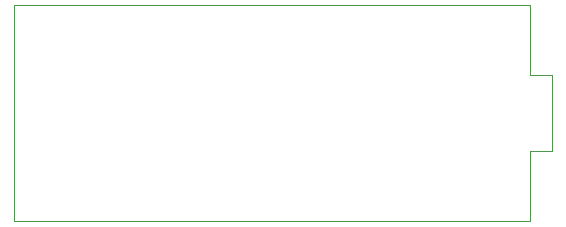
<source format=gbr>
%TF.GenerationSoftware,Altium Limited,Altium NEXUS,2.1.5 (53)*%
G04 Layer_Color=0*
%FSLAX44Y44*%
%MOMM*%
%TF.FileFunction,Other,Mechanical_16*%
%TF.Part,Single*%
G01*
G75*
%TA.AperFunction,NonConductor*%
%ADD62C,0.0500*%
D62*
X1324570Y1123430D02*
Y1182330D01*
Y1123430D02*
X1343620D01*
Y1058730D02*
Y1123430D01*
X1324570Y1058730D02*
X1343620D01*
X1324570Y999530D02*
Y1058730D01*
X887770Y999530D02*
X1324570D01*
X887770Y1182330D02*
X1324570D01*
X887770Y999530D02*
Y1182330D01*
%TF.MD5,46c74f5c63e0bde1a64e95807552e487*%
M02*

</source>
